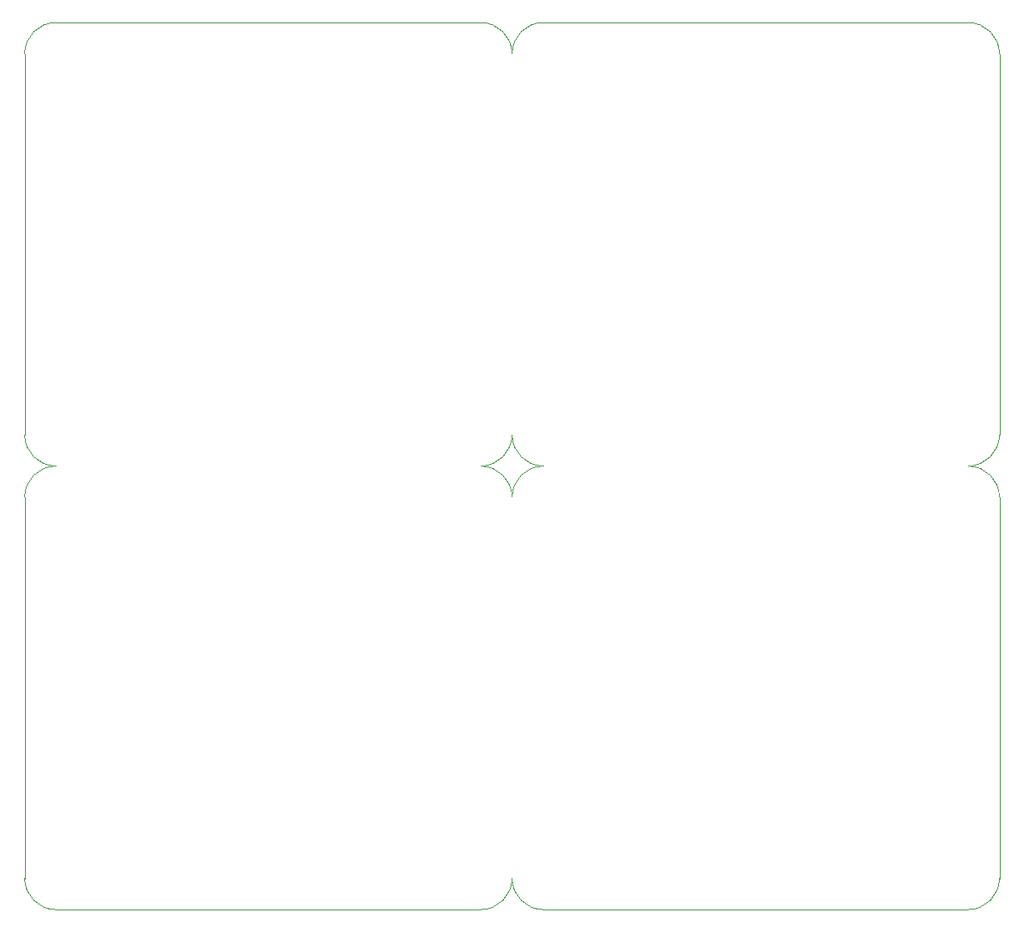
<source format=gbr>
G04 #@! TF.GenerationSoftware,KiCad,Pcbnew,5.1.5+dfsg1-2build2*
G04 #@! TF.CreationDate,2021-10-19T22:17:02+09:00*
G04 #@! TF.ProjectId,pcb,7063622e-6b69-4636-9164-5f7063625858,rev?*
G04 #@! TF.SameCoordinates,Original*
G04 #@! TF.FileFunction,Profile,NP*
%FSLAX46Y46*%
G04 Gerber Fmt 4.6, Leading zero omitted, Abs format (unit mm)*
G04 Created by KiCad (PCBNEW 5.1.5+dfsg1-2build2) date 2021-10-19 22:17:02*
%MOMM*%
%LPD*%
G04 APERTURE LIST*
%ADD10C,0.050000*%
G04 APERTURE END LIST*
D10*
X161925000Y-137160000D02*
X161925000Y-98425000D01*
X112395000Y-98425000D02*
G75*
G02X115570000Y-95250000I3175000J0D01*
G01*
X158750000Y-95250000D02*
G75*
G02X161925000Y-98425000I0J-3175000D01*
G01*
X115570000Y-140335000D02*
G75*
G02X112395000Y-137160000I0J3175000D01*
G01*
X158750000Y-140335000D02*
X115570000Y-140335000D01*
X161925000Y-137160000D02*
G75*
G02X158750000Y-140335000I-3175000J0D01*
G01*
X109220000Y-140335000D02*
X66040000Y-140335000D01*
X109220000Y-95250000D02*
G75*
G02X112395000Y-98425000I0J-3175000D01*
G01*
X112395000Y-137160000D02*
G75*
G02X109220000Y-140335000I-3175000J0D01*
G01*
X66040000Y-140335000D02*
G75*
G02X62865000Y-137160000I0J3175000D01*
G01*
X62865000Y-98425000D02*
X62865000Y-137160000D01*
X62865000Y-98425000D02*
G75*
G02X66040000Y-95250000I3175000J0D01*
G01*
X161925000Y-92075000D02*
X161925000Y-53340000D01*
X158750000Y-50165000D02*
G75*
G02X161925000Y-53340000I0J-3175000D01*
G01*
X161925000Y-92075000D02*
G75*
G02X158750000Y-95250000I-3175000J0D01*
G01*
X115570000Y-95250000D02*
G75*
G02X112395000Y-92075000I0J3175000D01*
G01*
X112395000Y-53340000D02*
G75*
G02X115570000Y-50165000I3175000J0D01*
G01*
X158750000Y-50165000D02*
X115570000Y-50165000D01*
X109220000Y-50165000D02*
X66040000Y-50165000D01*
X62865000Y-53340000D02*
X62865000Y-92075000D01*
X66040000Y-95250000D02*
G75*
G02X62865000Y-92075000I0J3175000D01*
G01*
X112395000Y-92075000D02*
G75*
G02X109220000Y-95250000I-3175000J0D01*
G01*
X62865000Y-53340000D02*
G75*
G02X66040000Y-50165000I3175000J0D01*
G01*
X109220000Y-50165000D02*
G75*
G02X112395000Y-53340000I0J-3175000D01*
G01*
M02*

</source>
